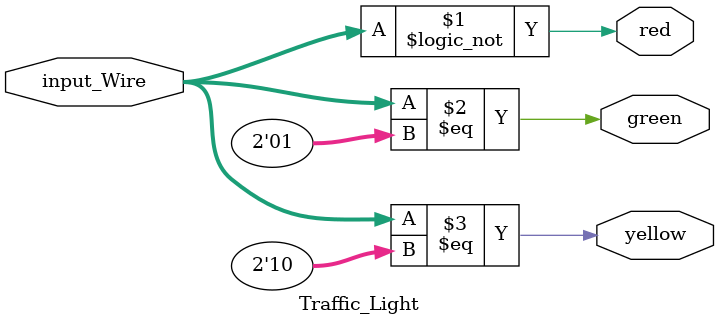
<source format=v>
module Traffic_Light(
    input_Wire,                 
    red,                        
    green,                          
    yellow
    );

    input [1:0] input_Wire;                 // 00 : red 
    output red;                             // 01 : green
    output green;                           // 10 : yellow
    output yellow;

    assign  red = (input_Wire ==0);     
    assign  green = (input_Wire ==1);
    assign  yellow = (input_Wire ==2);

endmodule

</source>
